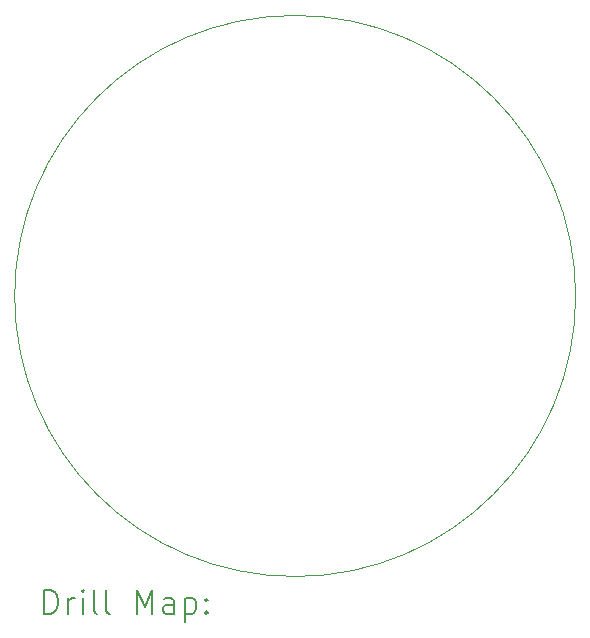
<source format=gbr>
%TF.GenerationSoftware,KiCad,Pcbnew,6.0.11-2627ca5db0~126~ubuntu22.04.1*%
%TF.CreationDate,2023-12-08T19:13:38-08:00*%
%TF.ProjectId,compact-probe,636f6d70-6163-4742-9d70-726f62652e6b,rev?*%
%TF.SameCoordinates,Original*%
%TF.FileFunction,Drillmap*%
%TF.FilePolarity,Positive*%
%FSLAX45Y45*%
G04 Gerber Fmt 4.5, Leading zero omitted, Abs format (unit mm)*
G04 Created by KiCad (PCBNEW 6.0.11-2627ca5db0~126~ubuntu22.04.1) date 2023-12-08 19:13:38*
%MOMM*%
%LPD*%
G01*
G04 APERTURE LIST*
%ADD10C,0.100000*%
%ADD11C,0.200000*%
G04 APERTURE END LIST*
D10*
X2375000Y0D02*
G75*
G03*
X2375000Y0I-2375000J0D01*
G01*
D11*
X-2122381Y-2690476D02*
X-2122381Y-2490476D01*
X-2074762Y-2490476D01*
X-2046190Y-2500000D01*
X-2027143Y-2519048D01*
X-2017619Y-2538095D01*
X-2008095Y-2576190D01*
X-2008095Y-2604762D01*
X-2017619Y-2642857D01*
X-2027143Y-2661905D01*
X-2046190Y-2680952D01*
X-2074762Y-2690476D01*
X-2122381Y-2690476D01*
X-1922381Y-2690476D02*
X-1922381Y-2557143D01*
X-1922381Y-2595238D02*
X-1912857Y-2576190D01*
X-1903333Y-2566667D01*
X-1884286Y-2557143D01*
X-1865238Y-2557143D01*
X-1798571Y-2690476D02*
X-1798571Y-2557143D01*
X-1798571Y-2490476D02*
X-1808095Y-2500000D01*
X-1798571Y-2509524D01*
X-1789048Y-2500000D01*
X-1798571Y-2490476D01*
X-1798571Y-2509524D01*
X-1674762Y-2690476D02*
X-1693809Y-2680952D01*
X-1703333Y-2661905D01*
X-1703333Y-2490476D01*
X-1570000Y-2690476D02*
X-1589048Y-2680952D01*
X-1598571Y-2661905D01*
X-1598571Y-2490476D01*
X-1341429Y-2690476D02*
X-1341429Y-2490476D01*
X-1274762Y-2633333D01*
X-1208095Y-2490476D01*
X-1208095Y-2690476D01*
X-1027143Y-2690476D02*
X-1027143Y-2585714D01*
X-1036667Y-2566667D01*
X-1055714Y-2557143D01*
X-1093810Y-2557143D01*
X-1112857Y-2566667D01*
X-1027143Y-2680952D02*
X-1046190Y-2690476D01*
X-1093810Y-2690476D01*
X-1112857Y-2680952D01*
X-1122381Y-2661905D01*
X-1122381Y-2642857D01*
X-1112857Y-2623810D01*
X-1093810Y-2614286D01*
X-1046190Y-2614286D01*
X-1027143Y-2604762D01*
X-931905Y-2557143D02*
X-931905Y-2757143D01*
X-931905Y-2566667D02*
X-912857Y-2557143D01*
X-874762Y-2557143D01*
X-855714Y-2566667D01*
X-846190Y-2576190D01*
X-836667Y-2595238D01*
X-836667Y-2652381D01*
X-846190Y-2671429D01*
X-855714Y-2680952D01*
X-874762Y-2690476D01*
X-912857Y-2690476D01*
X-931905Y-2680952D01*
X-750952Y-2671429D02*
X-741428Y-2680952D01*
X-750952Y-2690476D01*
X-760476Y-2680952D01*
X-750952Y-2671429D01*
X-750952Y-2690476D01*
X-750952Y-2566667D02*
X-741428Y-2576190D01*
X-750952Y-2585714D01*
X-760476Y-2576190D01*
X-750952Y-2566667D01*
X-750952Y-2585714D01*
M02*

</source>
